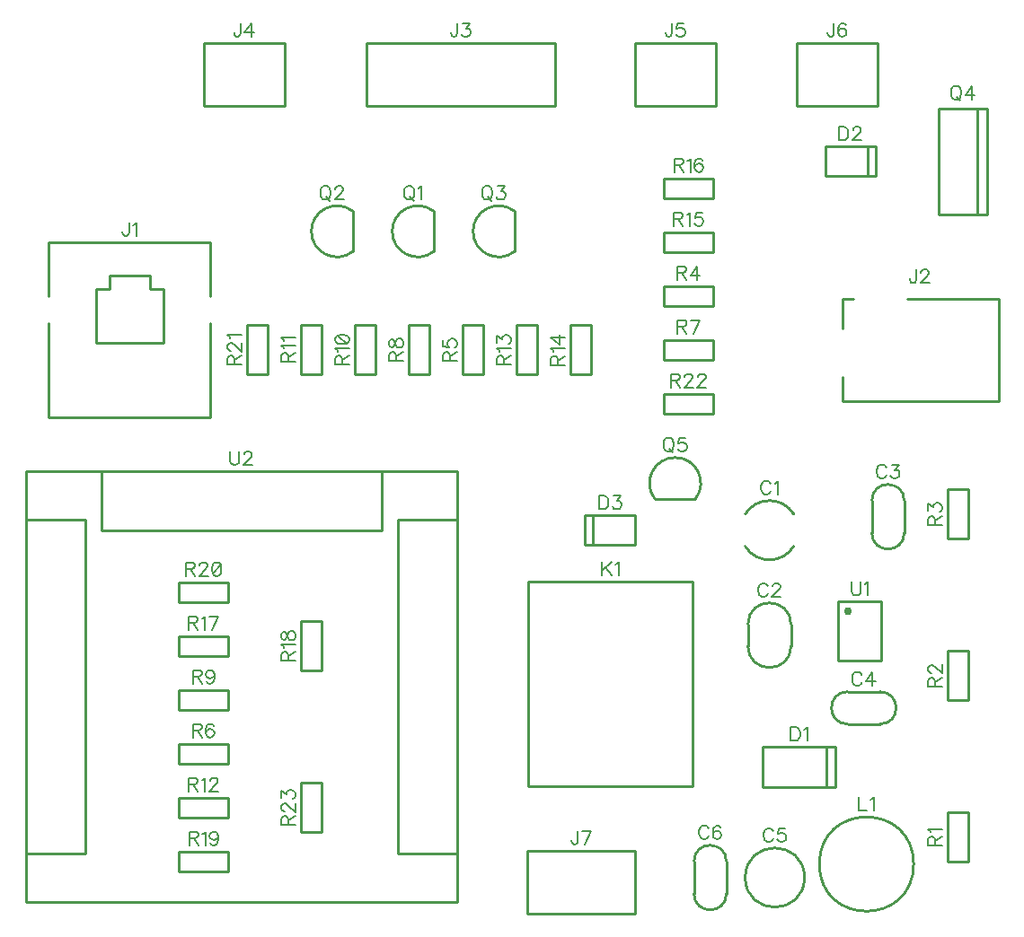
<source format=gbr>
G04 DipTrace 3.3.1.3*
G04 TopSilk.gbr*
%MOIN*%
G04 #@! TF.FileFunction,Legend,Top*
G04 #@! TF.Part,Single*
%ADD10C,0.009843*%
%ADD25C,0.030002*%
%ADD52C,0.00772*%
%FSLAX26Y26*%
G04*
G70*
G90*
G75*
G01*
G04 TopSilk*
%LPD*%
X3373691Y1893706D2*
D10*
G02X3193682Y1893706I-90005J55995D01*
G01*
X3373691Y2013694D2*
G03X3193682Y2013694I-90004J-55995D01*
G01*
X3363700Y1603705D2*
Y1523690D1*
X3203700Y1603705D2*
Y1523690D1*
X3363700Y1603705D2*
G03X3203700Y1603705I-80000J-10D01*
G01*
Y1523690D2*
G03X3363700Y1523690I80000J10D01*
G01*
X3783700Y1943704D2*
Y2063701D1*
X3663700Y1943704D2*
Y2063701D1*
X3783700D2*
G03X3663700Y2063701I-60000J-1D01*
G01*
Y1943704D2*
G03X3783700Y1943704I60000J1D01*
G01*
X3693696Y1353700D2*
X3573699D1*
X3693696Y1233700D2*
X3573699D1*
Y1353700D2*
G03X3573699Y1233700I1J-60000D01*
G01*
X3693696D2*
G03X3693696Y1353700I-1J60000D01*
G01*
X3193700Y663701D2*
G02X3193700Y663701I110000J0D01*
G01*
X3123700Y603704D2*
Y723701D1*
X3003700Y603704D2*
Y723701D1*
X3123700D2*
G03X3003700Y723701I-60000J-1D01*
G01*
Y603704D2*
G03X3123700Y603704I60000J1D01*
G01*
X3528733Y998700D2*
X3258667D1*
Y1148700D1*
X3528733D1*
Y998700D1*
X3493678Y1003695D2*
Y1143705D1*
X3678311Y3378818D2*
Y3268582D1*
X3676243D2*
X3491157D1*
X3648466Y3378818D2*
Y3268582D1*
X3491157Y3378818D2*
Y3268582D1*
X3676243Y3378818D2*
X3491157D1*
X2599089Y1898582D2*
Y2008818D1*
X2601157D2*
X2786243D1*
X2628934Y1898582D2*
Y2008818D1*
X2786243Y1898582D2*
Y2008818D1*
X2601157Y1898582D2*
X2786243D1*
X1033680Y2648715D2*
Y2848720D1*
X1208700Y2723725D2*
Y2373700D1*
X608700D1*
Y2723725D1*
Y2823695D2*
Y3023700D1*
X1208700D1*
Y2823695D1*
X1033680Y2648715D2*
X783720D1*
Y2848720D1*
X1033680D2*
X983700D1*
Y2898705D1*
X833700D1*
Y2848720D1*
X783720D1*
X3553672Y2433700D2*
X4133700D1*
X3553672Y2813715D2*
Y2703699D1*
Y2813715D2*
X3593686D1*
X3553672Y2523713D2*
Y2433700D1*
X3793698Y2813715D2*
X4133700D1*
Y2433700D1*
X2487700Y3530700D2*
X1787700D1*
Y3763700D1*
X2487700D1*
Y3530700D1*
X1484501D2*
X1184501D1*
Y3763700D1*
X1484501D1*
Y3530700D1*
X3084501D2*
X2784501D1*
Y3763700D1*
X3084501D1*
Y3530700D1*
X3684501D2*
X3384501D1*
Y3763700D1*
X3684501D1*
Y3530700D1*
X2785300Y530700D2*
X2385300D1*
Y763700D1*
X2785300D1*
Y530700D1*
X2998700Y1003700D2*
X2388700D1*
Y1763700D1*
X2998700D1*
Y1003700D1*
X3468700Y713699D2*
G02X3468700Y713699I175000J0D01*
G01*
X2036850Y2988168D2*
G02X2036850Y3139232I-57949J75532D01*
G01*
Y2988168D1*
X1736850D2*
G02X1736850Y3139232I-57949J75532D01*
G01*
Y2988168D1*
X2336850D2*
G02X2336850Y3139232I-57949J75532D01*
G01*
Y2988168D1*
X4089999Y3520550D2*
X3912834D1*
Y3126850D1*
X4089999D1*
Y3520550D1*
X4054566D2*
Y3126850D1*
X2858168Y2070550D2*
G02X3009232Y2070550I75532J57949D01*
G01*
X2858168D1*
X3946300Y721627D2*
X4021100D1*
Y905773D1*
X3946300D1*
Y721627D1*
X4021100Y1505773D2*
X3946300D1*
Y1321627D1*
X4021100D1*
Y1505773D1*
Y2105773D2*
X3946300D1*
Y1921627D1*
X4021100D1*
Y2105773D1*
X3075773Y2786300D2*
X2891627D1*
Y2861100D1*
X3075773D1*
Y2786300D1*
X2146300Y2531627D2*
X2221100D1*
Y2715773D1*
X2146300D1*
Y2531627D1*
X1275773Y1086300D2*
X1091627D1*
Y1161100D1*
X1275773D1*
Y1086300D1*
X3075773Y2586300D2*
X2891627D1*
Y2661100D1*
X3075773D1*
Y2586300D1*
X1946300Y2531627D2*
X2021100D1*
Y2715773D1*
X1946300D1*
Y2531627D1*
X1275773Y1286300D2*
X1091627D1*
Y1361100D1*
X1275773D1*
Y1286300D1*
X1746300Y2531627D2*
X1821100D1*
Y2715773D1*
X1746300D1*
Y2531627D1*
X1546300D2*
X1621100D1*
Y2715773D1*
X1546300D1*
Y2531627D1*
X1091627Y961100D2*
X1275773D1*
Y886300D1*
X1091627D1*
Y961100D1*
X2421100Y2715773D2*
X2346300D1*
Y2531627D1*
X2421100D1*
Y2715773D1*
X2546300Y2531627D2*
X2621100D1*
Y2715773D1*
X2546300D1*
Y2531627D1*
X2891627Y3061100D2*
X3075773D1*
Y2986300D1*
X2891627D1*
Y3061100D1*
X3075773Y3186300D2*
X2891627D1*
Y3261100D1*
X3075773D1*
Y3186300D1*
X1275773Y1486300D2*
X1091627D1*
Y1561100D1*
X1275773D1*
Y1486300D1*
X1621100Y1615773D2*
X1546300D1*
Y1431627D1*
X1621100D1*
Y1615773D1*
X1275773Y686300D2*
X1091627D1*
Y761100D1*
X1275773D1*
Y686300D1*
X1091627Y1761100D2*
X1275773D1*
Y1686300D1*
X1091627D1*
Y1761100D1*
X1421100Y2715773D2*
X1346300D1*
Y2531627D1*
X1421100D1*
Y2715773D1*
X2891627Y2461100D2*
X3075773D1*
Y2386300D1*
X2891627D1*
Y2461100D1*
X1546300Y831627D2*
X1621100D1*
Y1015773D1*
X1546300D1*
Y831627D1*
X3539376Y1688700D2*
Y1468700D1*
X3699362Y1688700D2*
Y1468700D1*
X3539376D2*
X3699362D1*
D25*
X3574367Y1653698D3*
X3539376Y1688700D2*
D10*
X3699362D1*
X523700Y2173700D2*
X2123700D1*
Y573700D1*
X523700D1*
Y2173700D1*
X1903700Y1993700D2*
X2123700D1*
Y753700D1*
X1903700D1*
Y1993700D1*
X523700D2*
X743700D1*
Y753700D1*
X523700D1*
Y1993700D1*
X803700Y2173700D2*
X1843700D1*
Y1953700D1*
X803700D1*
Y2173700D1*
X3287919Y2124985D2*
D52*
X3285542Y2129738D1*
X3280734Y2134546D1*
X3275980Y2136923D1*
X3266419D1*
X3261610Y2134546D1*
X3256857Y2129738D1*
X3254425Y2124985D1*
X3252049Y2117800D1*
Y2105806D1*
X3254425Y2098677D1*
X3256857Y2093868D1*
X3261610Y2089115D1*
X3266419Y2086683D1*
X3275980D1*
X3280734Y2089115D1*
X3285542Y2093868D1*
X3287919Y2098677D1*
X3303358Y2127306D2*
X3308166Y2129738D1*
X3315351Y2136868D1*
Y2086683D1*
X3277169Y1744980D2*
X3274792Y1749733D1*
X3269984Y1754541D1*
X3265230Y1756918D1*
X3255669D1*
X3250860Y1754541D1*
X3246107Y1749733D1*
X3243675Y1744980D1*
X3241299Y1737795D1*
Y1725801D1*
X3243675Y1718671D1*
X3246107Y1713863D1*
X3250860Y1709110D1*
X3255669Y1706678D1*
X3265230D1*
X3269984Y1709110D1*
X3274792Y1713863D1*
X3277169Y1718671D1*
X3295040Y1744924D2*
Y1747301D1*
X3297416Y1752109D1*
X3299793Y1754486D1*
X3304601Y1756863D1*
X3314163D1*
X3318916Y1754486D1*
X3321293Y1752109D1*
X3323725Y1747301D1*
Y1742548D1*
X3321293Y1737739D1*
X3316540Y1730610D1*
X3292608Y1706678D1*
X3326101D1*
X3717169Y2184985D2*
X3714792Y2189738D1*
X3709984Y2194546D1*
X3705230Y2196923D1*
X3695669D1*
X3690860Y2194546D1*
X3686107Y2189738D1*
X3683675Y2184985D1*
X3681299Y2177800D1*
Y2165806D1*
X3683675Y2158677D1*
X3686107Y2153868D1*
X3690860Y2149115D1*
X3695669Y2146683D1*
X3705230D1*
X3709984Y2149115D1*
X3714792Y2153868D1*
X3717169Y2158677D1*
X3737416Y2196868D2*
X3763669D1*
X3749355Y2177745D1*
X3756540D1*
X3761293Y2175368D1*
X3763669Y2172991D1*
X3766101Y2165806D1*
Y2161053D1*
X3763669Y2153868D1*
X3758916Y2149060D1*
X3751731Y2146683D1*
X3744546D1*
X3737416Y2149060D1*
X3735040Y2151492D1*
X3732608Y2156245D1*
X3625978Y1414985D2*
X3623601Y1419738D1*
X3618793Y1424546D1*
X3614040Y1426923D1*
X3604478D1*
X3599669Y1424546D1*
X3594916Y1419738D1*
X3592484Y1414985D1*
X3590108Y1407800D1*
Y1395806D1*
X3592484Y1388677D1*
X3594916Y1383868D1*
X3599669Y1379115D1*
X3604478Y1376683D1*
X3614040D1*
X3618793Y1379115D1*
X3623601Y1383868D1*
X3625978Y1388677D1*
X3665349Y1376683D2*
Y1426868D1*
X3641417Y1393430D1*
X3677287D1*
X3297169Y834984D2*
X3294792Y839737D1*
X3289984Y844545D1*
X3285230Y846922D1*
X3275669D1*
X3270860Y844545D1*
X3266107Y839737D1*
X3263675Y834984D1*
X3261299Y827799D1*
Y815805D1*
X3263675Y808675D1*
X3266107Y803867D1*
X3270860Y799114D1*
X3275669Y796682D1*
X3285230D1*
X3289984Y799114D1*
X3294792Y803867D1*
X3297169Y808675D1*
X3341293Y846866D2*
X3317416D1*
X3315040Y825367D1*
X3317416Y827743D1*
X3324601Y830175D1*
X3331731D1*
X3338916Y827743D1*
X3343725Y822990D1*
X3346101Y815805D1*
Y811052D1*
X3343725Y803867D1*
X3338916Y799058D1*
X3331731Y796682D1*
X3324601D1*
X3317416Y799058D1*
X3315040Y801490D1*
X3312608Y806243D1*
X3058385Y844985D2*
X3056008Y849738D1*
X3051200Y854546D1*
X3046446Y856923D1*
X3036885D1*
X3032076Y854546D1*
X3027323Y849738D1*
X3024891Y844985D1*
X3022515Y837800D1*
Y825806D1*
X3024891Y818677D1*
X3027323Y813868D1*
X3032076Y809115D1*
X3036885Y806683D1*
X3046446D1*
X3051200Y809115D1*
X3056008Y813868D1*
X3058385Y818677D1*
X3102509Y849738D2*
X3100132Y854491D1*
X3092947Y856868D1*
X3088194D1*
X3081009Y854491D1*
X3076200Y847306D1*
X3073824Y835368D1*
Y823430D1*
X3076200Y813868D1*
X3081009Y809060D1*
X3088194Y806683D1*
X3090571D1*
X3097700Y809060D1*
X3102509Y813868D1*
X3104885Y821053D1*
Y823430D1*
X3102509Y830615D1*
X3097700Y835368D1*
X3090571Y837745D1*
X3088194D1*
X3081009Y835368D1*
X3076200Y830615D1*
X3073824Y823430D1*
X3363237Y1221923D2*
Y1171683D1*
X3379984D1*
X3387169Y1174115D1*
X3391977Y1178868D1*
X3394354Y1183677D1*
X3396730Y1190806D1*
Y1202800D1*
X3394354Y1209985D1*
X3391977Y1214738D1*
X3387169Y1219546D1*
X3379984Y1221923D1*
X3363237D1*
X3412170Y1212306D2*
X3416978Y1214738D1*
X3424163Y1221868D1*
Y1171683D1*
X3542487Y3452041D2*
Y3401801D1*
X3559234D1*
X3566419Y3404233D1*
X3571227Y3408986D1*
X3573604Y3413795D1*
X3575980Y3420924D1*
Y3432918D1*
X3573604Y3440103D1*
X3571227Y3444856D1*
X3566419Y3449665D1*
X3559234Y3452041D1*
X3542487D1*
X3593851Y3440048D2*
Y3442424D1*
X3596228Y3447233D1*
X3598605Y3449609D1*
X3603413Y3451986D1*
X3612975D1*
X3617728Y3449609D1*
X3620105Y3447233D1*
X3622536Y3442424D1*
Y3437671D1*
X3620105Y3432863D1*
X3615351Y3425733D1*
X3591420Y3401801D1*
X3624913D1*
X2652487Y2082041D2*
Y2031801D1*
X2669234D1*
X2676419Y2034233D1*
X2681227Y2038986D1*
X2683604Y2043795D1*
X2685980Y2050924D1*
Y2062918D1*
X2683604Y2070103D1*
X2681227Y2074856D1*
X2676419Y2079665D1*
X2669234Y2082041D1*
X2652487D1*
X2706228Y2081986D2*
X2732481D1*
X2718166Y2062863D1*
X2725351D1*
X2730105Y2060486D1*
X2732481Y2058109D1*
X2734913Y2050924D1*
Y2046171D1*
X2732481Y2038986D1*
X2727728Y2034178D1*
X2720543Y2031801D1*
X2713358D1*
X2706228Y2034178D1*
X2703851Y2036610D1*
X2701420Y2041363D1*
X906949Y3096923D2*
Y3058677D1*
X904573Y3051492D1*
X902141Y3049115D1*
X897388Y3046683D1*
X892579D1*
X887826Y3049115D1*
X885450Y3051492D1*
X883018Y3058677D1*
Y3063430D1*
X922389Y3087306D2*
X927197Y3089738D1*
X934382Y3096868D1*
Y3046683D1*
X3828700Y2921923D2*
Y2883677D1*
X3826323Y2876492D1*
X3823891Y2874115D1*
X3819138Y2871683D1*
X3814329D1*
X3809576Y2874115D1*
X3807200Y2876492D1*
X3804768Y2883677D1*
Y2888430D1*
X3846571Y2909930D2*
Y2912306D1*
X3848947Y2917115D1*
X3851324Y2919491D1*
X3856132Y2921868D1*
X3865694D1*
X3870447Y2919491D1*
X3872824Y2917115D1*
X3875256Y2912306D1*
Y2907553D1*
X3872824Y2902745D1*
X3868071Y2895615D1*
X3844139Y2871683D1*
X3877632D1*
X2125200Y3836923D2*
Y3798677D1*
X2122823Y3791492D1*
X2120391Y3789115D1*
X2115638Y3786683D1*
X2110829D1*
X2106076Y3789115D1*
X2103700Y3791492D1*
X2101268Y3798677D1*
Y3803430D1*
X2145447Y3836868D2*
X2171700D1*
X2157385Y3817745D1*
X2164571D1*
X2169324Y3815368D1*
X2171700Y3812991D1*
X2174132Y3805806D1*
Y3801053D1*
X2171700Y3793868D1*
X2166947Y3789060D1*
X2159762Y3786683D1*
X2152577D1*
X2145447Y3789060D1*
X2143071Y3791492D1*
X2140639Y3796245D1*
X1320812Y3836923D2*
Y3798677D1*
X1318435Y3791492D1*
X1316003Y3789115D1*
X1311250Y3786683D1*
X1306442D1*
X1301689Y3789115D1*
X1299312Y3791492D1*
X1296880Y3798677D1*
Y3803430D1*
X1360183Y3786683D2*
Y3836868D1*
X1336251Y3803430D1*
X1372121D1*
X2922000Y3836923D2*
Y3798677D1*
X2919623Y3791492D1*
X2917192Y3789115D1*
X2912438Y3786683D1*
X2907630D1*
X2902877Y3789115D1*
X2900500Y3791492D1*
X2898068Y3798677D1*
Y3803430D1*
X2966124Y3836868D2*
X2942248D1*
X2939871Y3815368D1*
X2942248Y3817745D1*
X2949433Y3820176D1*
X2956563D1*
X2963748Y3817745D1*
X2968556Y3812991D1*
X2970933Y3805806D1*
Y3801053D1*
X2968556Y3793868D1*
X2963748Y3789060D1*
X2956563Y3786683D1*
X2949433D1*
X2942248Y3789060D1*
X2939871Y3791492D1*
X2937439Y3796245D1*
X3523216Y3836923D2*
Y3798677D1*
X3520839Y3791492D1*
X3518408Y3789115D1*
X3513654Y3786683D1*
X3508846D1*
X3504093Y3789115D1*
X3501716Y3791492D1*
X3499284Y3798677D1*
Y3803430D1*
X3567340Y3829738D2*
X3564964Y3834491D1*
X3557779Y3836868D1*
X3553025D1*
X3545840Y3834491D1*
X3541032Y3827306D1*
X3538655Y3815368D1*
Y3803430D1*
X3541032Y3793868D1*
X3545840Y3789060D1*
X3553025Y3786683D1*
X3555402D1*
X3562532Y3789060D1*
X3567340Y3793868D1*
X3569717Y3801053D1*
Y3803430D1*
X3567340Y3810615D1*
X3562532Y3815368D1*
X3555402Y3817745D1*
X3553025D1*
X3545840Y3815368D1*
X3541032Y3810615D1*
X3538655Y3803430D1*
X2572799Y836923D2*
Y798677D1*
X2570423Y791492D1*
X2567991Y789115D1*
X2563238Y786683D1*
X2558429D1*
X2553676Y789115D1*
X2551299Y791492D1*
X2548868Y798677D1*
Y803430D1*
X2597800Y786683D2*
X2621732Y836868D1*
X2588239D1*
X2663237Y1836923D2*
Y1786683D1*
X2696730Y1836923D2*
X2663237Y1803430D1*
X2675175Y1815423D2*
X2696730Y1786683D1*
X2712170Y1827306D2*
X2716978Y1829738D1*
X2724163Y1836868D1*
Y1786683D1*
X3615641Y961922D2*
Y911682D1*
X3644326D1*
X3659765Y952305D2*
X3664574Y954737D1*
X3671759Y961866D1*
Y911682D1*
X1941778Y3232124D2*
X1937024Y3229803D1*
X1932216Y3224994D1*
X1929839Y3220186D1*
X1927408Y3213001D1*
Y3201062D1*
X1929839Y3193877D1*
X1932216Y3189124D1*
X1937024Y3184316D1*
X1941778Y3181939D1*
X1951339D1*
X1956148Y3184316D1*
X1960901Y3189124D1*
X1963277Y3193877D1*
X1965709Y3201062D1*
Y3213001D1*
X1963277Y3220186D1*
X1960901Y3224994D1*
X1956148Y3229803D1*
X1951339Y3232124D1*
X1941778D1*
X1948963Y3191501D2*
X1963277Y3177131D1*
X1981149Y3222507D2*
X1985957Y3224939D1*
X1993142Y3232069D1*
Y3181884D1*
X1631028Y3232124D2*
X1626275Y3229803D1*
X1621466Y3224994D1*
X1619089Y3220186D1*
X1616658Y3213001D1*
Y3201062D1*
X1619089Y3193877D1*
X1621466Y3189124D1*
X1626275Y3184316D1*
X1631028Y3181939D1*
X1640589D1*
X1645398Y3184316D1*
X1650151Y3189124D1*
X1652528Y3193877D1*
X1654959Y3201062D1*
Y3213001D1*
X1652528Y3220186D1*
X1650151Y3224994D1*
X1645398Y3229803D1*
X1640589Y3232124D1*
X1631028D1*
X1638213Y3191501D2*
X1652528Y3177131D1*
X1672831Y3220130D2*
Y3222507D1*
X1675207Y3227315D1*
X1677584Y3229692D1*
X1682392Y3232069D1*
X1691954D1*
X1696707Y3229692D1*
X1699084Y3227315D1*
X1701515Y3222507D1*
Y3217754D1*
X1699084Y3212945D1*
X1694330Y3205816D1*
X1670399Y3181884D1*
X1703892D1*
X2231028Y3232124D2*
X2226275Y3229803D1*
X2221466Y3224994D1*
X2219089Y3220186D1*
X2216658Y3213001D1*
Y3201062D1*
X2219089Y3193877D1*
X2221466Y3189124D1*
X2226275Y3184316D1*
X2231028Y3181939D1*
X2240589D1*
X2245398Y3184316D1*
X2250151Y3189124D1*
X2252528Y3193877D1*
X2254959Y3201062D1*
Y3213001D1*
X2252528Y3220186D1*
X2250151Y3224994D1*
X2245398Y3229803D1*
X2240589Y3232124D1*
X2231028D1*
X2238213Y3191501D2*
X2252528Y3177131D1*
X2275207Y3232069D2*
X2301460D1*
X2287145Y3212945D1*
X2294330D1*
X2299084Y3210569D1*
X2301460Y3208192D1*
X2303892Y3201007D1*
Y3196254D1*
X2301460Y3189069D1*
X2296707Y3184260D1*
X2289522Y3181884D1*
X2282337D1*
X2275207Y3184260D1*
X2272831Y3186692D1*
X2270399Y3191446D1*
X3970981Y3603773D2*
X3966228Y3601452D1*
X3961420Y3596644D1*
X3959043Y3591835D1*
X3956611Y3584650D1*
Y3572712D1*
X3959043Y3565527D1*
X3961420Y3560774D1*
X3966228Y3555965D1*
X3970981Y3553589D1*
X3980543D1*
X3985351Y3555965D1*
X3990104Y3560774D1*
X3992481Y3565527D1*
X3994913Y3572712D1*
Y3584650D1*
X3992481Y3591835D1*
X3990104Y3596644D1*
X3985351Y3601452D1*
X3980543Y3603773D1*
X3970981D1*
X3978166Y3563150D2*
X3992481Y3548780D1*
X4034284Y3553533D2*
Y3603718D1*
X4010352Y3570280D1*
X4046222D1*
X2904453Y2296923D2*
X2899700Y2294602D1*
X2894891Y2289793D1*
X2892515Y2284985D1*
X2890083Y2277800D1*
Y2265862D1*
X2892515Y2258677D1*
X2894891Y2253923D1*
X2899700Y2249115D1*
X2904453Y2246738D1*
X2914015D1*
X2918823Y2249115D1*
X2923576Y2253923D1*
X2925953Y2258677D1*
X2928385Y2265862D1*
Y2277800D1*
X2925953Y2284985D1*
X2923576Y2289793D1*
X2918823Y2294602D1*
X2914015Y2296923D1*
X2904453D1*
X2911638Y2256300D2*
X2925953Y2241930D1*
X2972509Y2296868D2*
X2948632D1*
X2946256Y2275368D1*
X2948632Y2277745D1*
X2955817Y2280176D1*
X2962947D1*
X2970132Y2277745D1*
X2974941Y2272991D1*
X2977317Y2265806D1*
Y2261053D1*
X2974941Y2253868D1*
X2970132Y2249060D1*
X2962947Y2246683D1*
X2955817D1*
X2948632Y2249060D1*
X2946256Y2251492D1*
X2943824Y2256245D1*
X3897008Y783237D2*
Y804737D1*
X3894577Y811922D1*
X3892200Y814354D1*
X3887447Y816730D1*
X3882638D1*
X3877885Y814354D1*
X3875453Y811922D1*
X3873077Y804737D1*
Y783237D1*
X3923317D1*
X3897008Y799984D2*
X3923317Y816730D1*
X3882694Y832170D2*
X3880262Y836978D1*
X3873132Y844163D1*
X3923317D1*
X3897008Y1372487D2*
Y1393987D1*
X3894577Y1401172D1*
X3892200Y1403604D1*
X3887447Y1405980D1*
X3882638D1*
X3877885Y1403604D1*
X3875453Y1401172D1*
X3873077Y1393987D1*
Y1372487D1*
X3923317D1*
X3897008Y1389234D2*
X3923317Y1405980D1*
X3885070Y1423852D2*
X3882694D1*
X3877885Y1426228D1*
X3875509Y1428605D1*
X3873132Y1433413D1*
Y1442975D1*
X3875509Y1447728D1*
X3877885Y1450105D1*
X3882694Y1452536D1*
X3887447D1*
X3892255Y1450105D1*
X3899385Y1445351D1*
X3923317Y1421420D1*
Y1454913D1*
X3897008Y1972487D2*
Y1993987D1*
X3894577Y2001172D1*
X3892200Y2003604D1*
X3887447Y2005980D1*
X3882638D1*
X3877885Y2003604D1*
X3875453Y2001172D1*
X3873077Y1993987D1*
Y1972487D1*
X3923317D1*
X3897008Y1989234D2*
X3923317Y2005980D1*
X3873132Y2026228D2*
Y2052481D1*
X3892255Y2038166D1*
Y2045351D1*
X3894632Y2050105D1*
X3897008Y2052481D1*
X3904193Y2054913D1*
X3908947D1*
X3916132Y2052481D1*
X3920940Y2047728D1*
X3923317Y2040543D1*
Y2033358D1*
X3920940Y2026228D1*
X3918508Y2023852D1*
X3913755Y2021420D1*
X2941299Y2910392D2*
X2962799D1*
X2969984Y2912823D1*
X2972415Y2915200D1*
X2974792Y2919953D1*
Y2924762D1*
X2972415Y2929515D1*
X2969984Y2931947D1*
X2962799Y2934323D1*
X2941299D1*
Y2884083D1*
X2958045Y2910392D2*
X2974792Y2884083D1*
X3014163D2*
Y2934268D1*
X2990231Y2900830D1*
X3026101D1*
X2097008Y2582487D2*
Y2603987D1*
X2094577Y2611172D1*
X2092200Y2613604D1*
X2087447Y2615980D1*
X2082638D1*
X2077885Y2613604D1*
X2075453Y2611172D1*
X2073077Y2603987D1*
Y2582487D1*
X2123317D1*
X2097008Y2599234D2*
X2123317Y2615980D1*
X2073132Y2660105D2*
Y2636228D1*
X2094632Y2633852D1*
X2092255Y2636228D1*
X2089823Y2643413D1*
Y2650543D1*
X2092255Y2657728D1*
X2097008Y2662536D1*
X2104193Y2664913D1*
X2108947D1*
X2116132Y2662536D1*
X2120940Y2657728D1*
X2123317Y2650543D1*
Y2643413D1*
X2120940Y2636228D1*
X2118508Y2633852D1*
X2113755Y2631420D1*
X1143703Y1210392D2*
X1165203D1*
X1172388Y1212823D1*
X1174820Y1215200D1*
X1177196Y1219953D1*
Y1224762D1*
X1174820Y1229515D1*
X1172388Y1231947D1*
X1165203Y1234323D1*
X1143703D1*
Y1184083D1*
X1160450Y1210392D2*
X1177196Y1184083D1*
X1221320Y1227138D2*
X1218944Y1231891D1*
X1211759Y1234268D1*
X1207006D1*
X1199821Y1231891D1*
X1195012Y1224706D1*
X1192636Y1212768D1*
Y1200830D1*
X1195012Y1191268D1*
X1199821Y1186460D1*
X1207006Y1184083D1*
X1209382D1*
X1216512Y1186460D1*
X1221320Y1191268D1*
X1223697Y1198453D1*
Y1200830D1*
X1221320Y1208015D1*
X1216512Y1212768D1*
X1209382Y1215145D1*
X1207006D1*
X1199821Y1212768D1*
X1195012Y1208015D1*
X1192636Y1200830D1*
X2942487Y2710392D2*
X2963987D1*
X2971172Y2712823D1*
X2973604Y2715200D1*
X2975980Y2719953D1*
Y2724762D1*
X2973604Y2729515D1*
X2971172Y2731947D1*
X2963987Y2734323D1*
X2942487D1*
Y2684083D1*
X2959234Y2710392D2*
X2975980Y2684083D1*
X3000981D2*
X3024913Y2734268D1*
X2991420D1*
X1897008Y2582515D2*
Y2604015D1*
X1894577Y2611200D1*
X1892200Y2613632D1*
X1887447Y2616008D1*
X1882638D1*
X1877885Y2613632D1*
X1875453Y2611200D1*
X1873077Y2604015D1*
Y2582515D1*
X1923317D1*
X1897008Y2599261D2*
X1923317Y2616008D1*
X1873132Y2643386D2*
X1875509Y2636256D1*
X1880262Y2633824D1*
X1885070D1*
X1889823Y2636256D1*
X1892255Y2641009D1*
X1894632Y2650571D1*
X1897008Y2657756D1*
X1901817Y2662509D1*
X1906570Y2664885D1*
X1913755D1*
X1918508Y2662509D1*
X1920940Y2660132D1*
X1923317Y2652947D1*
Y2643385D1*
X1920940Y2636256D1*
X1918508Y2633824D1*
X1913755Y2631447D1*
X1906570D1*
X1901817Y2633824D1*
X1897008Y2638632D1*
X1894632Y2645762D1*
X1892255Y2655324D1*
X1889823Y2660132D1*
X1885070Y2662509D1*
X1880262D1*
X1875509Y2660132D1*
X1873132Y2652947D1*
Y2643386D1*
X1143675Y1410392D2*
X1165175D1*
X1172360Y1412823D1*
X1174792Y1415200D1*
X1177169Y1419953D1*
Y1424762D1*
X1174792Y1429515D1*
X1172360Y1431947D1*
X1165175Y1434323D1*
X1143675D1*
Y1384083D1*
X1160422Y1410392D2*
X1177169Y1384083D1*
X1223725Y1417577D2*
X1221293Y1410392D1*
X1216540Y1405583D1*
X1209355Y1403207D1*
X1206978D1*
X1199793Y1405583D1*
X1195040Y1410392D1*
X1192608Y1417577D1*
Y1419953D1*
X1195040Y1427138D1*
X1199793Y1431891D1*
X1206978Y1434268D1*
X1209355D1*
X1216540Y1431891D1*
X1221293Y1427138D1*
X1223725Y1417577D1*
Y1405583D1*
X1221293Y1393645D1*
X1216540Y1386460D1*
X1209355Y1384083D1*
X1204601D1*
X1197416Y1386460D1*
X1195040Y1391268D1*
X1697008Y2568771D2*
Y2590271D1*
X1694577Y2597456D1*
X1692200Y2599888D1*
X1687447Y2602264D1*
X1682638D1*
X1677885Y2599888D1*
X1675453Y2597456D1*
X1673077Y2590271D1*
Y2568771D1*
X1723317D1*
X1697008Y2585517D2*
X1723317Y2602264D1*
X1682694Y2617703D2*
X1680262Y2622512D1*
X1673132Y2629697D1*
X1723317D1*
X1673132Y2659506D2*
X1675509Y2652321D1*
X1682694Y2647513D1*
X1694632Y2645136D1*
X1701817D1*
X1713755Y2647513D1*
X1720940Y2652321D1*
X1723317Y2659506D1*
Y2664259D1*
X1720940Y2671444D1*
X1713755Y2676197D1*
X1701817Y2678629D1*
X1694632D1*
X1682694Y2676197D1*
X1675509Y2671444D1*
X1673132Y2664259D1*
Y2659506D1*
X1682694Y2676197D2*
X1713755Y2647513D1*
X1497008Y2579521D2*
Y2601021D1*
X1494577Y2608206D1*
X1492200Y2610637D1*
X1487447Y2613014D1*
X1482638D1*
X1477885Y2610637D1*
X1475453Y2608206D1*
X1473077Y2601021D1*
Y2579521D1*
X1523317D1*
X1497008Y2596267D2*
X1523317Y2613014D1*
X1482694Y2628453D2*
X1480262Y2633262D1*
X1473132Y2640447D1*
X1523317D1*
X1482694Y2655886D2*
X1480262Y2660694D1*
X1473132Y2667879D1*
X1523317D1*
X1128771Y1010392D2*
X1150271D1*
X1157456Y1012823D1*
X1159887Y1015200D1*
X1162264Y1019953D1*
Y1024762D1*
X1159887Y1029515D1*
X1157456Y1031947D1*
X1150271Y1034323D1*
X1128771D1*
Y984083D1*
X1145517Y1010392D2*
X1162264Y984083D1*
X1177703Y1024706D2*
X1182512Y1027138D1*
X1189697Y1034268D1*
Y984083D1*
X1207568Y1022330D2*
Y1024706D1*
X1209944Y1029515D1*
X1212321Y1031891D1*
X1217129Y1034268D1*
X1226691D1*
X1231444Y1031891D1*
X1233821Y1029515D1*
X1236253Y1024706D1*
Y1019953D1*
X1233821Y1015145D1*
X1229068Y1008015D1*
X1205136Y984083D1*
X1238629D1*
X2297008Y2568771D2*
Y2590271D1*
X2294577Y2597456D1*
X2292200Y2599888D1*
X2287447Y2602264D1*
X2282638D1*
X2277885Y2599888D1*
X2275453Y2597456D1*
X2273077Y2590271D1*
Y2568771D1*
X2323317D1*
X2297008Y2585517D2*
X2323317Y2602264D1*
X2282694Y2617703D2*
X2280262Y2622512D1*
X2273132Y2629697D1*
X2323317D1*
X2273132Y2649944D2*
Y2676198D1*
X2292255Y2661883D1*
Y2669068D1*
X2294632Y2673821D1*
X2297008Y2676197D1*
X2304193Y2678629D1*
X2308947D1*
X2316132Y2676197D1*
X2320940Y2671444D1*
X2323317Y2664259D1*
Y2657074D1*
X2320940Y2649944D1*
X2318508Y2647568D1*
X2313755Y2645136D1*
X2497008Y2567583D2*
Y2589082D1*
X2494577Y2596267D1*
X2492200Y2598699D1*
X2487447Y2601076D1*
X2482638D1*
X2477885Y2598699D1*
X2475453Y2596267D1*
X2473077Y2589082D1*
Y2567583D1*
X2523317D1*
X2497008Y2584329D2*
X2523317Y2601076D1*
X2482694Y2616515D2*
X2480262Y2621323D1*
X2473132Y2628509D1*
X2523317Y2628508D1*
Y2667879D2*
X2473132D1*
X2506570Y2643948D1*
Y2679818D1*
X2928771Y3110392D2*
X2950271D1*
X2957456Y3112823D1*
X2959887Y3115200D1*
X2962264Y3119953D1*
Y3124762D1*
X2959887Y3129515D1*
X2957456Y3131947D1*
X2950271Y3134323D1*
X2928771D1*
Y3084083D1*
X2945517Y3110392D2*
X2962264Y3084083D1*
X2977703Y3124706D2*
X2982512Y3127138D1*
X2989697Y3134268D1*
Y3084083D1*
X3033821Y3134268D2*
X3009944D1*
X3007568Y3112768D1*
X3009944Y3115145D1*
X3017129Y3117577D1*
X3024259D1*
X3031444Y3115145D1*
X3036253Y3110392D1*
X3038629Y3103207D1*
Y3098453D1*
X3036253Y3091268D1*
X3031444Y3086460D1*
X3024259Y3084083D1*
X3017129D1*
X3009944Y3086460D1*
X3007568Y3088892D1*
X3005136Y3093645D1*
X2929987Y3310392D2*
X2951486D1*
X2958671Y3312823D1*
X2961103Y3315200D1*
X2963480Y3319953D1*
Y3324762D1*
X2961103Y3329515D1*
X2958671Y3331947D1*
X2951486Y3334323D1*
X2929987D1*
Y3284083D1*
X2946733Y3310392D2*
X2963480Y3284083D1*
X2978919Y3324706D2*
X2983728Y3327138D1*
X2990913Y3334268D1*
Y3284083D1*
X3035037Y3327138D2*
X3032660Y3331891D1*
X3025475Y3334268D1*
X3020722D1*
X3013537Y3331891D1*
X3008729Y3324706D1*
X3006352Y3312768D1*
Y3300830D1*
X3008729Y3291268D1*
X3013537Y3286460D1*
X3020722Y3284083D1*
X3023099D1*
X3030228Y3286460D1*
X3035037Y3291268D1*
X3037413Y3298453D1*
Y3300830D1*
X3035037Y3308015D1*
X3030228Y3312768D1*
X3023099Y3315145D1*
X3020722D1*
X3013537Y3312768D1*
X3008729Y3308015D1*
X3006352Y3300830D1*
X1128771Y1610392D2*
X1150271D1*
X1157456Y1612823D1*
X1159887Y1615200D1*
X1162264Y1619953D1*
Y1624762D1*
X1159887Y1629515D1*
X1157456Y1631947D1*
X1150271Y1634323D1*
X1128771D1*
Y1584083D1*
X1145517Y1610392D2*
X1162264Y1584083D1*
X1177703Y1624706D2*
X1182512Y1627138D1*
X1189697Y1634268D1*
Y1584083D1*
X1214698D2*
X1238629Y1634268D1*
X1205136D1*
X1497008Y1468798D2*
Y1490298D1*
X1494577Y1497483D1*
X1492200Y1499915D1*
X1487447Y1502292D1*
X1482638D1*
X1477885Y1499915D1*
X1475453Y1497483D1*
X1473077Y1490298D1*
Y1468798D1*
X1523317D1*
X1497008Y1485545D2*
X1523317Y1502292D1*
X1482694Y1517731D2*
X1480262Y1522539D1*
X1473132Y1529724D1*
X1523317D1*
X1473132Y1557102D2*
X1475509Y1549972D1*
X1480262Y1547540D1*
X1485070D1*
X1489823Y1549972D1*
X1492255Y1554725D1*
X1494632Y1564287D1*
X1497008Y1571472D1*
X1501817Y1576225D1*
X1506570Y1578602D1*
X1513755D1*
X1518508Y1576225D1*
X1520940Y1573849D1*
X1523317Y1566663D1*
Y1557102D1*
X1520940Y1549972D1*
X1518508Y1547540D1*
X1513755Y1545164D1*
X1506570D1*
X1501817Y1547540D1*
X1497008Y1552349D1*
X1494632Y1559478D1*
X1492255Y1569040D1*
X1489823Y1573849D1*
X1485070Y1576225D1*
X1480262D1*
X1475509Y1573849D1*
X1473132Y1566664D1*
Y1557102D1*
X1129959Y810392D2*
X1151459D1*
X1158644Y812823D1*
X1161076Y815200D1*
X1163452Y819953D1*
Y824762D1*
X1161076Y829515D1*
X1158644Y831947D1*
X1151459Y834323D1*
X1129959D1*
Y784083D1*
X1146706Y810392D2*
X1163452Y784083D1*
X1178892Y824706D2*
X1183700Y827138D1*
X1190885Y834268D1*
Y784083D1*
X1237441Y817577D2*
X1235009Y810392D1*
X1230256Y805583D1*
X1223071Y803207D1*
X1220694D1*
X1213509Y805583D1*
X1208756Y810392D1*
X1206324Y817577D1*
Y819953D1*
X1208756Y827138D1*
X1213509Y831891D1*
X1220694Y834268D1*
X1223071D1*
X1230256Y831891D1*
X1235009Y827138D1*
X1237441Y817577D1*
Y805583D1*
X1235009Y793645D1*
X1230256Y786460D1*
X1223071Y784083D1*
X1218318D1*
X1211133Y786460D1*
X1208756Y791268D1*
X1118021Y1810392D2*
X1139521D1*
X1146706Y1812823D1*
X1149137Y1815200D1*
X1151514Y1819953D1*
Y1824762D1*
X1149137Y1829515D1*
X1146706Y1831947D1*
X1139521Y1834323D1*
X1118021D1*
Y1784083D1*
X1134767Y1810392D2*
X1151514Y1784083D1*
X1169385Y1822330D2*
Y1824706D1*
X1171762Y1829515D1*
X1174138Y1831891D1*
X1178947Y1834268D1*
X1188508D1*
X1193262Y1831891D1*
X1195638Y1829515D1*
X1198070Y1824706D1*
Y1819953D1*
X1195638Y1815145D1*
X1190885Y1808015D1*
X1166953Y1784083D1*
X1200447D1*
X1230256Y1834268D2*
X1223071Y1831891D1*
X1218263Y1824706D1*
X1215886Y1812768D1*
Y1805583D1*
X1218263Y1793645D1*
X1223071Y1786460D1*
X1230256Y1784083D1*
X1235009D1*
X1242194Y1786460D1*
X1246947Y1793645D1*
X1249379Y1805583D1*
Y1812768D1*
X1246947Y1824706D1*
X1242194Y1831891D1*
X1235009Y1834268D1*
X1230256D1*
X1246947Y1824706D2*
X1218263Y1793645D1*
X1297008Y2568771D2*
Y2590271D1*
X1294577Y2597456D1*
X1292200Y2599888D1*
X1287447Y2602264D1*
X1282638D1*
X1277885Y2599888D1*
X1275453Y2597456D1*
X1273077Y2590271D1*
Y2568771D1*
X1323317D1*
X1297008Y2585517D2*
X1323317Y2602264D1*
X1285070Y2620135D2*
X1282694D1*
X1277885Y2622512D1*
X1275509Y2624888D1*
X1273132Y2629697D1*
Y2639258D1*
X1275509Y2644012D1*
X1277885Y2646388D1*
X1282694Y2648820D1*
X1287447D1*
X1292255Y2646388D1*
X1299385Y2641635D1*
X1323317Y2617703D1*
Y2651197D1*
X1282694Y2666636D2*
X1280262Y2671444D1*
X1273132Y2678629D1*
X1323317D1*
X2918021Y2510392D2*
X2939521D1*
X2946706Y2512823D1*
X2949137Y2515200D1*
X2951514Y2519953D1*
Y2524762D1*
X2949137Y2529515D1*
X2946706Y2531947D1*
X2939521Y2534323D1*
X2918021D1*
Y2484083D1*
X2934767Y2510392D2*
X2951514Y2484083D1*
X2969385Y2522330D2*
Y2524706D1*
X2971762Y2529515D1*
X2974138Y2531891D1*
X2978947Y2534268D1*
X2988508D1*
X2993262Y2531891D1*
X2995638Y2529515D1*
X2998070Y2524706D1*
Y2519953D1*
X2995638Y2515145D1*
X2990885Y2508015D1*
X2966953Y2484083D1*
X3000447D1*
X3018318Y2522330D2*
Y2524706D1*
X3020694Y2529515D1*
X3023071Y2531891D1*
X3027879Y2534268D1*
X3037441D1*
X3042194Y2531891D1*
X3044571Y2529515D1*
X3047003Y2524706D1*
Y2519953D1*
X3044571Y2515145D1*
X3039818Y2508015D1*
X3015886Y2484083D1*
X3049379D1*
X1497008Y858021D2*
Y879521D1*
X1494577Y886706D1*
X1492200Y889138D1*
X1487447Y891514D1*
X1482638D1*
X1477885Y889138D1*
X1475453Y886706D1*
X1473077Y879521D1*
Y858021D1*
X1523317D1*
X1497008Y874768D2*
X1523317Y891514D1*
X1485070Y909385D2*
X1482694D1*
X1477885Y911762D1*
X1475509Y914138D1*
X1473132Y918947D1*
Y928509D1*
X1475509Y933262D1*
X1477885Y935638D1*
X1482694Y938070D1*
X1487447D1*
X1492255Y935638D1*
X1499385Y930885D1*
X1523317Y906953D1*
Y940447D1*
X1473132Y960694D2*
Y986947D1*
X1492255Y972633D1*
Y979818D1*
X1494632Y984571D1*
X1497008Y986947D1*
X1504193Y989379D1*
X1508947D1*
X1516132Y986947D1*
X1520940Y982194D1*
X1523317Y975009D1*
Y967824D1*
X1520940Y960694D1*
X1518508Y958318D1*
X1513755Y955886D1*
X3588906Y1761923D2*
Y1726053D1*
X3591283Y1718868D1*
X3596091Y1714115D1*
X3603276Y1711683D1*
X3608030D1*
X3615215Y1714115D1*
X3620023Y1718868D1*
X3622400Y1726053D1*
Y1761923D1*
X3637839Y1752306D2*
X3642647Y1754738D1*
X3649832Y1761868D1*
Y1711683D1*
X1282487Y2246923D2*
Y2211053D1*
X1284864Y2203868D1*
X1289672Y2199115D1*
X1296857Y2196683D1*
X1301610D1*
X1308795Y2199115D1*
X1313604Y2203868D1*
X1315980Y2211053D1*
Y2246923D1*
X1333851Y2234930D2*
Y2237306D1*
X1336228Y2242115D1*
X1338605Y2244491D1*
X1343413Y2246868D1*
X1352975D1*
X1357728Y2244491D1*
X1360105Y2242115D1*
X1362536Y2237306D1*
Y2232553D1*
X1360105Y2227745D1*
X1355351Y2220615D1*
X1331420Y2196683D1*
X1364913D1*
M02*

</source>
